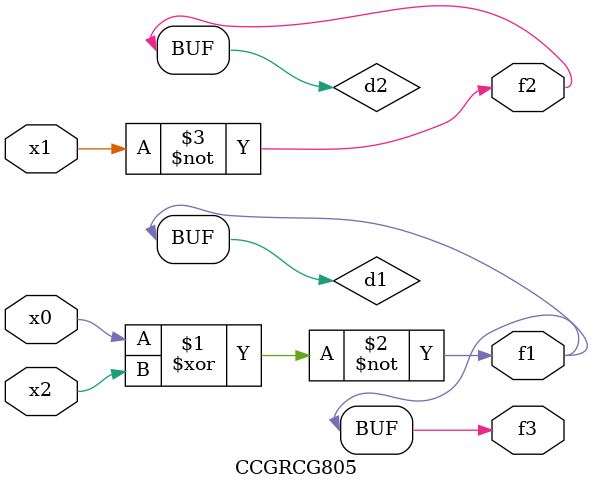
<source format=v>
module CCGRCG805(
	input x0, x1, x2,
	output f1, f2, f3
);

	wire d1, d2, d3;

	xnor (d1, x0, x2);
	nand (d2, x1);
	nor (d3, x1, x2);
	assign f1 = d1;
	assign f2 = d2;
	assign f3 = d1;
endmodule

</source>
